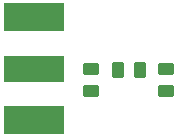
<source format=gbr>
%TF.GenerationSoftware,KiCad,Pcbnew,9.0.5*%
%TF.CreationDate,2025-10-20T01:08:57+02:00*%
%TF.ProjectId,T_umik-do-sondy-w-cz,5442756d-696b-42d6-946f-2d736f6e6479,rev?*%
%TF.SameCoordinates,Original*%
%TF.FileFunction,Paste,Top*%
%TF.FilePolarity,Positive*%
%FSLAX46Y46*%
G04 Gerber Fmt 4.6, Leading zero omitted, Abs format (unit mm)*
G04 Created by KiCad (PCBNEW 9.0.5) date 2025-10-20 01:08:57*
%MOMM*%
%LPD*%
G01*
G04 APERTURE LIST*
G04 Aperture macros list*
%AMRoundRect*
0 Rectangle with rounded corners*
0 $1 Rounding radius*
0 $2 $3 $4 $5 $6 $7 $8 $9 X,Y pos of 4 corners*
0 Add a 4 corners polygon primitive as box body*
4,1,4,$2,$3,$4,$5,$6,$7,$8,$9,$2,$3,0*
0 Add four circle primitives for the rounded corners*
1,1,$1+$1,$2,$3*
1,1,$1+$1,$4,$5*
1,1,$1+$1,$6,$7*
1,1,$1+$1,$8,$9*
0 Add four rect primitives between the rounded corners*
20,1,$1+$1,$2,$3,$4,$5,0*
20,1,$1+$1,$4,$5,$6,$7,0*
20,1,$1+$1,$6,$7,$8,$9,0*
20,1,$1+$1,$8,$9,$2,$3,0*%
G04 Aperture macros list end*
%ADD10RoundRect,0.250000X-0.450000X0.262500X-0.450000X-0.262500X0.450000X-0.262500X0.450000X0.262500X0*%
%ADD11R,5.080000X2.290000*%
%ADD12R,5.080000X2.420000*%
%ADD13RoundRect,0.250000X-0.262500X-0.450000X0.262500X-0.450000X0.262500X0.450000X-0.262500X0.450000X0*%
G04 APERTURE END LIST*
D10*
%TO.C,R3*%
X115200000Y-70787500D03*
X115200000Y-72612500D03*
%TD*%
D11*
%TO.C,J1*%
X104060000Y-70720000D03*
D12*
X104060000Y-66340000D03*
X104060000Y-75100000D03*
%TD*%
D13*
%TO.C,R2*%
X111187500Y-70800000D03*
X113012500Y-70800000D03*
%TD*%
D10*
%TO.C,R1*%
X108900000Y-70787500D03*
X108900000Y-72612500D03*
%TD*%
M02*

</source>
